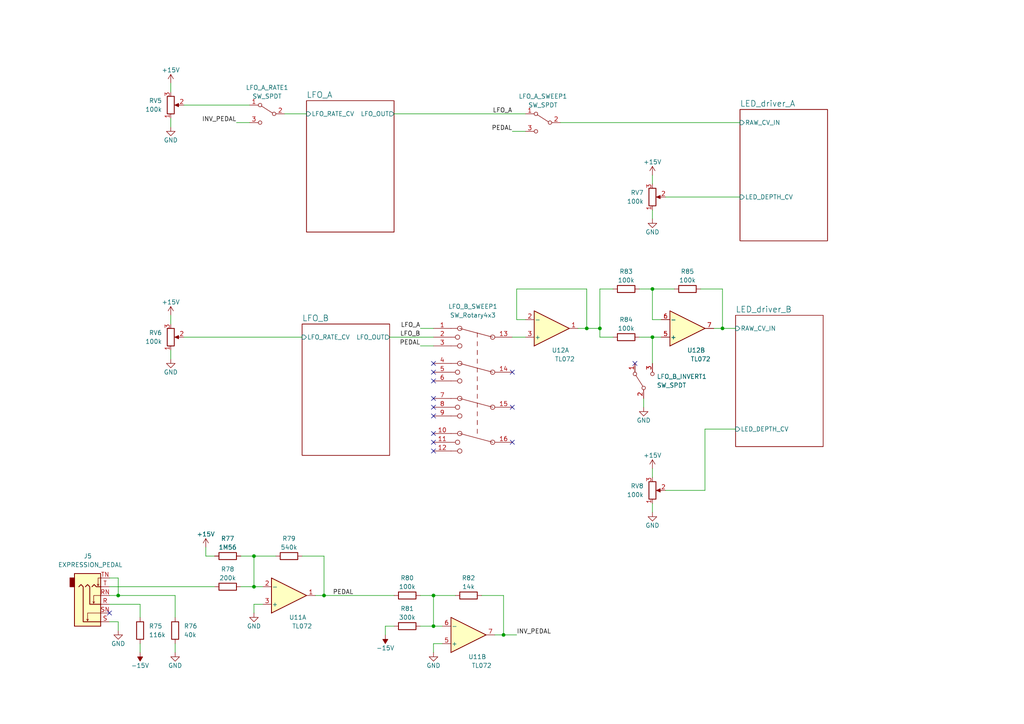
<source format=kicad_sch>
(kicad_sch (version 20211123) (generator eeschema)
  (paper "A4")
  (title_block (title "Mu-Tron Bi-Phase near-clone") (date "2022-08-01") (rev "0") (comment 2 "creativecommons.org/licenses/by/4.0/") (comment 3 "License: CC by 4.0") (comment 4 "Author: Jordan Aceto"))
  (lib_symbols
    (symbol "Amplifier_Operational:TL072" (pin_names (offset 0.127))
      (property "Reference" "U" (at 0 5.08 0))
      (property "Value" "TL072" (at 0 -5.08 0))
      (symbol "TL072_1_1"
        (polyline (pts (xy -5.08 5.08) (xy 5.08 0) (xy -5.08 -5.08) (xy -5.08 5.08)) (stroke (width 0.254)) (fill (type background)))
        (pin output line (at 7.62 0 180) (length 2.54) (name "~") (number "1"))
        (pin input line (at -7.62 -2.54 0) (length 2.54) (name "-") (number "2"))
        (pin input line (at -7.62 2.54 0) (length 2.54) (name "+") (number "3"))
      )
      (symbol "TL072_2_1"
        (polyline (pts (xy -5.08 5.08) (xy 5.08 0) (xy -5.08 -5.08) (xy -5.08 5.08)) (stroke (width 0.254)) (fill (type background)))
        (pin input line (at -7.62 2.54 0) (length 2.54) (name "+") (number "5"))
        (pin input line (at -7.62 -2.54 0) (length 2.54) (name "-") (number "6"))
        (pin output line (at 7.62 0 180) (length 2.54) (name "~") (number "7"))
      )
      (symbol "TL072_3_1"
        (pin power_in line (at -2.54 -7.62 90) (length 3.81) (name "V-") (number "4"))
        (pin power_in line (at -2.54 7.62 270) (length 3.81) (name "V+") (number "8"))
      )
    )
    (symbol "Connector:AudioJack3_Switch"
      (property "Reference" "J" (at 0 11.43 0))
      (property "Value" "AudioJack3_Switch" (at 0 8.89 0))
      (symbol "AudioJack3_Switch_0_1"
        (rectangle (start -5.08 -5.08) (end -6.35 -7.62) (stroke (width 0.254)) (fill (type outline)))
        (polyline (pts (xy -1.27 4.826) (xy -1.016 4.318)))
        (polyline (pts (xy 0.508 -0.254) (xy 0.762 -0.762)))
        (polyline (pts (xy 1.778 -5.334) (xy 2.032 -5.842)))
        (polyline (pts (xy 0 -5.08) (xy 0.635 -5.715) (xy 1.27 -5.08) (xy 2.54 -5.08)) (stroke (width 0.254)))
        (polyline (pts (xy 2.54 -7.62) (xy 1.778 -7.62) (xy 1.778 -5.334) (xy 1.524 -5.842)))
        (polyline (pts (xy 2.54 -2.54) (xy 0.508 -2.54) (xy 0.508 -0.254) (xy 0.254 -0.762)))
        (polyline (pts (xy 2.54 2.54) (xy -1.27 2.54) (xy -1.27 4.826) (xy -1.524 4.318)))
        (polyline (pts (xy -1.905 -5.08) (xy -1.27 -5.715) (xy -0.635 -5.08) (xy -0.635 0) (xy 2.54 0)) (stroke (width 0.254)))
        (polyline (pts (xy 2.54 5.08) (xy -2.54 5.08) (xy -2.54 -5.08) (xy -3.175 -5.715) (xy -3.81 -5.08)) (stroke (width 0.254)))
        (rectangle (start 2.54 6.35) (end -5.08 -8.89) (stroke (width 0.254)) (fill (type background)))
      )
      (symbol "AudioJack3_Switch_1_1"
        (pin passive line (at 5.08 0 180) (length 2.54) (name "~") (number "R"))
        (pin passive line (at 5.08 -2.54 180) (length 2.54) (name "~") (number "RN"))
        (pin passive line (at 5.08 5.08 180) (length 2.54) (name "~") (number "S"))
        (pin passive line (at 5.08 2.54 180) (length 2.54) (name "~") (number "SN"))
        (pin passive line (at 5.08 -5.08 180) (length 2.54) (name "~") (number "T"))
        (pin passive line (at 5.08 -7.62 180) (length 2.54) (name "~") (number "TN"))
      )
    )
    (symbol "Device:R" (pin_numbers hide) (pin_names (offset 0))
      (property "Reference" "R" (at 2.032 0 90))
      (property "Value" "R" (at 0 0 90))
      (symbol "R_0_1"
        (rectangle (start -1.016 -2.54) (end 1.016 2.54) (stroke (width 0.254)))
      )
      (symbol "R_1_1"
        (pin passive line (at 0 3.81 270) (length 1.27) (name "~") (number "1"))
        (pin passive line (at 0 -3.81 90) (length 1.27) (name "~") (number "2"))
      )
    )
    (symbol "Device:R_Potentiometer" (pin_names (offset 1.016) hide)
      (property "Reference" "RV" (at -4.445 0 90))
      (property "Value" "R_Potentiometer" (at -2.54 0 90))
      (symbol "R_Potentiometer_0_1"
        (polyline (pts (xy 2.54 0) (xy 1.524 0)))
        (polyline (pts (xy 1.143 0) (xy 2.286 0.508) (xy 2.286 -0.508) (xy 1.143 0)) (fill (type outline)))
        (rectangle (start 1.016 2.54) (end -1.016 -2.54) (stroke (width 0.254)))
      )
      (symbol "R_Potentiometer_1_1"
        (pin passive line (at 0 3.81 270) (length 1.27) (name "1") (number "1"))
        (pin passive line (at 3.81 0 180) (length 1.27) (name "2") (number "2"))
        (pin passive line (at 0 -3.81 90) (length 1.27) (name "3") (number "3"))
      )
    )
    (symbol "Switch:SW_Rotary4x3" (pin_names (offset 1.016) hide)
      (property "Reference" "SW" (at 0 20.32 0))
      (property "Value" "SW_Rotary4x3" (at 0 -20.32 0))
      (symbol "SW_Rotary4x3_0_0"
        (circle (center -4.445 -15.24) (radius 0.635))
        (circle (center -4.445 -5.08) (radius 0.635))
        (circle (center -4.445 5.08) (radius 0.635))
        (circle (center -4.445 15.24) (radius 0.635))
        (polyline (pts (xy -4.445 -15.24) (xy 5.08 -12.7)))
        (polyline (pts (xy -4.445 -5.08) (xy 5.08 -2.54)))
        (polyline (pts (xy -4.445 5.08) (xy 5.08 7.62)))
        (polyline (pts (xy -4.445 15.24) (xy 5.08 17.78)))
        (polyline (pts (xy 0 -12.7) (xy 0 -11.43)))
        (polyline (pts (xy 0 -10.16) (xy 0 -8.89)))
        (polyline (pts (xy 0 -10.16) (xy 0 -8.89)))
        (polyline (pts (xy 0 -7.62) (xy 0 -6.35)))
        (polyline (pts (xy 0 -5.08) (xy 0 -3.81)))
        (polyline (pts (xy 0 -2.54) (xy 0 -1.27)))
        (polyline (pts (xy 0 0) (xy 0 1.27)))
        (polyline (pts (xy 0 0) (xy 0 1.27)))
        (polyline (pts (xy 0 2.54) (xy 0 3.81)))
        (polyline (pts (xy 0 5.08) (xy 0 6.35)))
        (polyline (pts (xy 0 7.62) (xy 0 8.89)))
        (polyline (pts (xy 0 10.16) (xy 0 11.43)))
        (polyline (pts (xy 0 10.16) (xy 0 11.43)))
        (polyline (pts (xy 0 12.7) (xy 0 13.97)))
        (polyline (pts (xy 0 15.24) (xy 0 16.51)))
        (polyline (pts (xy 5.715 -17.78) (xy 7.62 -17.78)))
        (polyline (pts (xy 5.715 -12.7) (xy 7.62 -12.7)))
        (polyline (pts (xy 5.715 -7.62) (xy 7.62 -7.62)))
        (polyline (pts (xy 5.715 -2.54) (xy 7.62 -2.54)))
        (polyline (pts (xy 5.715 2.54) (xy 7.62 2.54)))
        (polyline (pts (xy 5.715 7.62) (xy 7.62 7.62)))
        (polyline (pts (xy 5.715 12.7) (xy 7.62 12.7)))
        (polyline (pts (xy 5.715 17.78) (xy 7.62 17.78)))
        (polyline (pts (xy 6.35 -15.24) (xy 7.62 -15.24)))
        (polyline (pts (xy 6.35 -5.08) (xy 7.62 -5.08)))
        (polyline (pts (xy 6.35 5.08) (xy 7.62 5.08)))
        (polyline (pts (xy 6.35 15.24) (xy 7.62 15.24)))
        (circle (center 5.08 -17.78) (radius 0.635))
        (circle (center 5.08 -12.7) (radius 0.635))
        (circle (center 5.08 -7.62) (radius 0.635))
        (circle (center 5.08 -2.54) (radius 0.635))
        (circle (center 5.08 2.54) (radius 0.635))
        (circle (center 5.08 7.62) (radius 0.635))
        (circle (center 5.08 12.7) (radius 0.635))
        (circle (center 5.08 17.78) (radius 0.635))
        (circle (center 5.715 -15.24) (radius 0.635))
        (circle (center 5.715 -5.08) (radius 0.635))
        (circle (center 5.715 5.08) (radius 0.635))
        (circle (center 5.715 15.24) (radius 0.635))
      )
      (symbol "SW_Rotary4x3_0_1"
        (pin passive line (at 12.7 17.78 180) (length 5.08) (name "1") (number "1"))
        (pin passive line (at 12.7 -12.7 180) (length 5.08) (name "10") (number "10"))
        (pin passive line (at 12.7 -15.24 180) (length 5.08) (name "11") (number "11"))
        (pin passive line (at 12.7 -17.78 180) (length 5.08) (name "12") (number "12"))
        (pin passive line (at -10.16 15.24 0) (length 5.08) (name "13") (number "13"))
        (pin passive line (at -10.16 5.08 0) (length 5.08) (name "14") (number "14"))
        (pin passive line (at -10.16 -5.08 0) (length 5.08) (name "15") (number "15"))
        (pin passive line (at -10.16 -15.24 0) (length 5.08) (name "16") (number "16"))
        (pin passive line (at 12.7 15.24 180) (length 5.08) (name "2") (number "2"))
        (pin passive line (at 12.7 12.7 180) (length 5.08) (name "3") (number "3"))
        (pin passive line (at 12.7 7.62 180) (length 5.08) (name "4") (number "4"))
        (pin passive line (at 12.7 5.08 180) (length 5.08) (name "5") (number "5"))
        (pin passive line (at 12.7 2.54 180) (length 5.08) (name "6") (number "6"))
        (pin passive line (at 12.7 -2.54 180) (length 5.08) (name "7") (number "7"))
        (pin passive line (at 12.7 -5.08 180) (length 5.08) (name "8") (number "8"))
        (pin passive line (at 12.7 -7.62 180) (length 5.08) (name "9") (number "9"))
      )
    )
    (symbol "Switch:SW_SPDT" (pin_names (offset 0) hide)
      (property "Reference" "SW" (at 0 4.318 0))
      (property "Value" "SW_SPDT" (at 0 -5.08 0))
      (symbol "SW_SPDT_0_0"
        (circle (center -2.032 0) (radius 0.508))
        (circle (center 2.032 -2.54) (radius 0.508))
      )
      (symbol "SW_SPDT_0_1"
        (polyline (pts (xy -1.524 0.254) (xy 1.651 2.286)))
        (circle (center 2.032 2.54) (radius 0.508))
      )
      (symbol "SW_SPDT_1_1"
        (pin passive line (at 5.08 2.54 180) (length 2.54) (name "A") (number "1"))
        (pin passive line (at -5.08 0 0) (length 2.54) (name "B") (number "2"))
        (pin passive line (at 5.08 -2.54 180) (length 2.54) (name "C") (number "3"))
      )
    )
    (symbol "power:+15V" (power) (pin_names (offset 0))
      (property "Value" "+15V" (at 0 3.556 0))
      (symbol "+15V_0_1"
        (polyline (pts (xy -0.762 1.27) (xy 0 2.54)))
        (polyline (pts (xy 0 0) (xy 0 2.54)))
        (polyline (pts (xy 0 2.54) (xy 0.762 1.27)))
      )
      (symbol "+15V_1_1"
        (pin power_in line (at 0 0 90) (length 0) hide (name "+15V") (number "1"))
      )
    )
    (symbol "power:-15V" (power) (pin_names (offset 0))
      (property "Value" "-15V" (at 0 3.81 0))
      (symbol "-15V_0_0"
        (pin power_in line (at 0 0 90) (length 0) hide (name "-15V") (number "1"))
      )
      (symbol "-15V_0_1"
        (polyline (pts (xy 0 0) (xy 0 1.27) (xy 0.762 1.27) (xy 0 2.54) (xy -0.762 1.27) (xy 0 1.27)) (fill (type outline)))
      )
    )
    (symbol "power:GND" (power) (pin_names (offset 0))
      (property "Value" "GND" (at 0 -3.81 0))
      (symbol "GND_0_1"
        (polyline (pts (xy 0 0) (xy 0 -1.27) (xy 1.27 -1.27) (xy 0 -2.54) (xy -1.27 -1.27) (xy 0 -1.27)))
      )
      (symbol "GND_1_1"
        (pin power_in line (at 0 0 270) (length 0) hide (name "GND") (number "1"))
      )
    )
  )
  (junction (at 93.98 172.72))
  (junction (at 170.18 95.25))
  (junction (at 34.29 172.72))
  (junction (at 173.99 95.25))
  (junction (at 73.66 161.29))
  (junction (at 189.23 97.79))
  (junction (at 209.55 95.25))
  (junction (at 125.73 181.61))
  (junction (at 125.73 172.72))
  (junction (at 146.05 184.15))
  (junction (at 189.23 83.82))
  (junction (at 73.66 170.18))
  (no_connect (at 148.59 128.27))
  (no_connect (at 184.15 105.41))
  (no_connect (at 125.73 118.11))
  (no_connect (at 125.73 105.41))
  (no_connect (at 125.73 130.81))
  (no_connect (at 148.59 118.11))
  (no_connect (at 148.59 107.95))
  (no_connect (at 125.73 128.27))
  (no_connect (at 125.73 110.49))
  (no_connect (at 125.73 115.57))
  (no_connect (at 125.73 120.65))
  (no_connect (at 125.73 107.95))
  (no_connect (at 125.73 125.73))
  (no_connect (at 31.75 177.8))
  (wire (pts (xy 125.73 172.72) (xy 132.08 172.72)))
  (wire (pts (xy 40.64 186.69) (xy 40.64 189.23)))
  (wire (pts (xy 121.92 95.25) (xy 125.73 95.25)))
  (wire (pts (xy 173.99 83.82) (xy 173.99 95.25)))
  (wire (pts (xy 114.3 33.02) (xy 152.4 33.02)))
  (wire (pts (xy 40.64 179.07) (xy 40.64 175.26)))
  (wire (pts (xy 149.86 184.15) (xy 146.05 184.15)))
  (wire (pts (xy 189.23 60.96) (xy 189.23 63.5)))
  (wire (pts (xy 125.73 186.69) (xy 125.73 189.23)))
  (wire (pts (xy 73.66 170.18) (xy 73.66 161.29)))
  (wire (pts (xy 128.27 181.61) (xy 125.73 181.61)))
  (wire (pts (xy 111.76 181.61) (xy 114.3 181.61)))
  (wire (pts (xy 49.53 91.44) (xy 49.53 93.98)))
  (wire (pts (xy 31.75 167.64) (xy 34.29 167.64)))
  (wire (pts (xy 34.29 180.34) (xy 31.75 180.34)))
  (wire (pts (xy 40.64 175.26) (xy 31.75 175.26)))
  (wire (pts (xy 170.18 95.25) (xy 170.18 83.82)))
  (wire (pts (xy 213.36 95.25) (xy 209.55 95.25)))
  (wire (pts (xy 68.58 35.56) (xy 72.39 35.56)))
  (wire (pts (xy 203.2 83.82) (xy 209.55 83.82)))
  (wire (pts (xy 87.63 161.29) (xy 93.98 161.29)))
  (wire (pts (xy 170.18 95.25) (xy 173.99 95.25)))
  (wire (pts (xy 49.53 34.29) (xy 49.53 36.83)))
  (wire (pts (xy 91.44 172.72) (xy 93.98 172.72)))
  (wire (pts (xy 204.47 124.46) (xy 213.36 124.46)))
  (wire (pts (xy 146.05 184.15) (xy 146.05 172.72)))
  (wire (pts (xy 149.86 92.71) (xy 152.4 92.71)))
  (wire (pts (xy 149.86 83.82) (xy 149.86 92.71)))
  (wire (pts (xy 73.66 175.26) (xy 76.2 175.26)))
  (wire (pts (xy 76.2 170.18) (xy 73.66 170.18)))
  (wire (pts (xy 189.23 92.71) (xy 189.23 83.82)))
  (wire (pts (xy 34.29 182.88) (xy 34.29 180.34)))
  (wire (pts (xy 185.42 97.79) (xy 189.23 97.79)))
  (wire (pts (xy 177.8 83.82) (xy 173.99 83.82)))
  (wire (pts (xy 204.47 142.24) (xy 204.47 124.46)))
  (wire (pts (xy 69.85 161.29) (xy 73.66 161.29)))
  (wire (pts (xy 189.23 146.05) (xy 189.23 148.59)))
  (wire (pts (xy 49.53 24.13) (xy 49.53 26.67)))
  (wire (pts (xy 93.98 161.29) (xy 93.98 172.72)))
  (wire (pts (xy 167.64 95.25) (xy 170.18 95.25)))
  (wire (pts (xy 193.04 142.24) (xy 204.47 142.24)))
  (wire (pts (xy 189.23 135.89) (xy 189.23 138.43)))
  (wire (pts (xy 111.76 184.15) (xy 111.76 181.61)))
  (wire (pts (xy 148.59 97.79) (xy 152.4 97.79)))
  (wire (pts (xy 189.23 50.8) (xy 189.23 53.34)))
  (wire (pts (xy 191.77 92.71) (xy 189.23 92.71)))
  (wire (pts (xy 73.66 161.29) (xy 80.01 161.29)))
  (wire (pts (xy 193.04 57.15) (xy 214.63 57.15)))
  (wire (pts (xy 31.75 170.18) (xy 62.23 170.18)))
  (wire (pts (xy 69.85 170.18) (xy 73.66 170.18)))
  (wire (pts (xy 209.55 95.25) (xy 209.55 83.82)))
  (wire (pts (xy 173.99 95.25) (xy 173.99 97.79)))
  (wire (pts (xy 53.34 30.48) (xy 72.39 30.48)))
  (wire (pts (xy 59.69 158.75) (xy 59.69 161.29)))
  (wire (pts (xy 189.23 97.79) (xy 191.77 97.79)))
  (wire (pts (xy 49.53 101.6) (xy 49.53 104.14)))
  (wire (pts (xy 125.73 181.61) (xy 125.73 172.72)))
  (wire (pts (xy 139.7 172.72) (xy 146.05 172.72)))
  (wire (pts (xy 186.69 118.11) (xy 186.69 115.57)))
  (wire (pts (xy 31.75 172.72) (xy 34.29 172.72)))
  (wire (pts (xy 170.18 83.82) (xy 149.86 83.82)))
  (wire (pts (xy 189.23 83.82) (xy 195.58 83.82)))
  (wire (pts (xy 173.99 97.79) (xy 177.8 97.79)))
  (wire (pts (xy 189.23 97.79) (xy 189.23 105.41)))
  (wire (pts (xy 50.8 179.07) (xy 50.8 172.72)))
  (wire (pts (xy 121.92 100.33) (xy 125.73 100.33)))
  (wire (pts (xy 207.01 95.25) (xy 209.55 95.25)))
  (wire (pts (xy 148.59 38.1) (xy 152.4 38.1)))
  (wire (pts (xy 121.92 172.72) (xy 125.73 172.72)))
  (wire (pts (xy 34.29 172.72) (xy 34.29 167.64)))
  (wire (pts (xy 93.98 172.72) (xy 114.3 172.72)))
  (wire (pts (xy 185.42 83.82) (xy 189.23 83.82)))
  (wire (pts (xy 125.73 186.69) (xy 128.27 186.69)))
  (wire (pts (xy 162.56 35.56) (xy 214.63 35.56)))
  (wire (pts (xy 50.8 172.72) (xy 34.29 172.72)))
  (wire (pts (xy 59.69 161.29) (xy 62.23 161.29)))
  (wire (pts (xy 143.51 184.15) (xy 146.05 184.15)))
  (wire (pts (xy 50.8 189.23) (xy 50.8 186.69)))
  (wire (pts (xy 113.03 97.79) (xy 125.73 97.79)))
  (wire (pts (xy 82.55 33.02) (xy 88.9 33.02)))
  (wire (pts (xy 73.66 175.26) (xy 73.66 177.8)))
  (wire (pts (xy 53.34 97.79) (xy 87.63 97.79)))
  (wire (pts (xy 121.92 181.61) (xy 125.73 181.61)))
  (label "INV_PEDAL" (at 68.58 35.56 180))
  (label "LFO_A" (at 148.59 33.02 180))
  (label "LFO_A" (at 121.92 95.25 180))
  (label "LFO_B" (at 121.92 97.79 180))
  (label "PEDAL" (at 121.92 100.33 180))
  (label "PEDAL" (at 96.52 172.72 0))
  (label "PEDAL" (at 148.59 38.1 180))
  (label "INV_PEDAL" (at 149.86 184.15 0))
  (symbol (lib_id "Switch:SW_Rotary4x3") (at 138.43 113.03 0) (mirror y) (unit 1)
    (property "Reference" "LFO_B_SWEEP1" (at 137.16 88.9 0))
    (property "Value" "SW_Rotary4x3" (at 137.16 91.44 0))
    (property "Datasheet" "http://cdn-reichelt.de/documents/datenblatt/C200/DS-Serie%23LOR.pdf" (effects hide))
  )
  (symbol (lib_id "power:GND") (at 49.53 104.14 0) (unit 1)
    (property "Reference" "#PWR048" (effects hide))
    (property "Value" "GND" (at 49.53 107.95 0))
  )
  (symbol (lib_id "Device:R") (at 66.04 161.29 90) (unit 1)
    (property "Reference" "R77" (at 66.04 156.21 90))
    (property "Value" "1M56" (at 66.04 158.75 90))
  )
  (symbol (lib_id "power:GND") (at 73.66 177.8 0) (unit 1)
    (property "Reference" "#PWR051" (effects hide))
    (property "Value" "GND" (at 73.66 181.61 0))
  )
  (symbol (lib_id "Amplifier_Operational:TL072") (at 135.89 184.15 0) (mirror x) (unit 2)
    (property "Reference" "U11" (at 138.43 190.5 0))
    (property "Value" "TL072" (at 139.7 193.04 0))
    (property "Datasheet" "http://www.ti.com/lit/ds/symlink/tl071.pdf" (effects hide))
  )
  (symbol (lib_id "power:+15V") (at 49.53 91.44 0) (unit 1)
    (property "Reference" "#PWR047" (effects hide))
    (property "Value" "+15V" (at 49.53 87.63 0))
  )
  (symbol (lib_id "Device:R") (at 181.61 83.82 90) (unit 1)
    (property "Reference" "R83" (at 181.61 78.74 90))
    (property "Value" "100k" (at 181.61 81.28 90))
  )
  (symbol (lib_id "Device:R") (at 118.11 181.61 90) (unit 1)
    (property "Reference" "R81" (at 118.11 176.53 90))
    (property "Value" "300k" (at 118.11 179.07 90))
  )
  (symbol (lib_id "Device:R") (at 50.8 182.88 0) (unit 1)
    (property "Reference" "R76" (at 53.34 181.6099 0) (effects (justify left)))
    (property "Value" "40k" (at 53.34 184.1499 0) (effects (justify left)))
  )
  (symbol (lib_id "power:GND") (at 34.29 182.88 0) (unit 1)
    (property "Reference" "#PWR043" (effects hide))
    (property "Value" "GND" (at 34.29 186.69 0))
  )
  (symbol (lib_id "power:+15V") (at 49.53 24.13 0) (unit 1)
    (property "Reference" "#PWR045" (effects hide))
    (property "Value" "+15V" (at 49.53 20.32 0))
  )
  (symbol (lib_id "Device:R") (at 135.89 172.72 90) (unit 1)
    (property "Reference" "R82" (at 135.89 167.64 90))
    (property "Value" "14k" (at 135.89 170.18 90))
  )
  (symbol (lib_id "Amplifier_Operational:TL072") (at 83.82 172.72 0) (mirror x) (unit 1)
    (property "Reference" "U11" (at 86.36 179.07 0))
    (property "Value" "TL072" (at 87.63 181.61 0))
    (property "Datasheet" "http://www.ti.com/lit/ds/symlink/tl071.pdf" (effects hide))
  )
  (symbol (lib_id "Switch:SW_SPDT") (at 77.47 33.02 0) (mirror y) (unit 1)
    (property "Reference" "LFO_A_RATE1" (at 77.47 25.4 0))
    (property "Value" "SW_SPDT" (at 77.47 27.94 0))
  )
  (symbol (lib_id "power:GND") (at 49.53 36.83 0) (unit 1)
    (property "Reference" "#PWR046" (effects hide))
    (property "Value" "GND" (at 49.53 40.64 0))
  )
  (symbol (lib_id "Switch:SW_SPDT") (at 186.69 110.49 90) (unit 1)
    (property "Reference" "LFO_B_INVERT1" (at 190.5 109.2199 90) (effects (justify right)))
    (property "Value" "SW_SPDT" (at 190.5 111.7599 90) (effects (justify right)))
  )
  (symbol (lib_id "Device:R") (at 199.39 83.82 90) (unit 1)
    (property "Reference" "R85" (at 199.39 78.74 90))
    (property "Value" "100k" (at 199.39 81.28 90))
  )
  (symbol (lib_id "power:GND") (at 186.69 118.11 0) (unit 1)
    (property "Reference" "#PWR054" (effects hide))
    (property "Value" "GND" (at 186.69 121.92 0))
  )
  (symbol (lib_id "power:+15V") (at 189.23 135.89 0) (unit 1)
    (property "Reference" "#PWR057" (effects hide))
    (property "Value" "+15V" (at 189.23 132.08 0))
  )
  (symbol (lib_id "power:GND") (at 189.23 63.5 0) (unit 1)
    (property "Reference" "#PWR056" (effects hide))
    (property "Value" "GND" (at 189.23 67.31 0))
  )
  (symbol (lib_id "power:+15V") (at 59.69 158.75 0) (unit 1)
    (property "Reference" "#PWR050" (effects hide))
    (property "Value" "+15V" (at 59.69 154.94 0))
  )
  (symbol (lib_id "Amplifier_Operational:TL072") (at 160.02 95.25 0) (mirror x) (unit 1)
    (property "Reference" "U12" (at 162.56 101.6 0))
    (property "Value" "TL072" (at 163.83 104.14 0))
    (property "Datasheet" "http://www.ti.com/lit/ds/symlink/tl071.pdf" (effects hide))
  )
  (symbol (lib_id "Device:R_Potentiometer") (at 49.53 30.48 0) (mirror x) (unit 1)
    (property "Reference" "RV5" (at 46.99 29.2099 0) (effects (justify right)))
    (property "Value" "100k" (at 46.99 31.7499 0) (effects (justify right)))
  )
  (symbol (lib_id "Device:R_Potentiometer") (at 49.53 97.79 0) (mirror x) (unit 1)
    (property "Reference" "RV6" (at 46.99 96.5199 0) (effects (justify right)))
    (property "Value" "100k" (at 46.99 99.0599 0) (effects (justify right)))
  )
  (symbol (lib_id "power:-15V") (at 40.64 189.23 180) (unit 1)
    (property "Reference" "#PWR044" (effects hide))
    (property "Value" "-15V" (at 40.64 193.04 0))
  )
  (symbol (lib_id "Device:R") (at 118.11 172.72 90) (unit 1)
    (property "Reference" "R80" (at 118.11 167.64 90))
    (property "Value" "100k" (at 118.11 170.18 90))
  )
  (symbol (lib_id "power:GND") (at 189.23 148.59 0) (unit 1)
    (property "Reference" "#PWR058" (effects hide))
    (property "Value" "GND" (at 189.23 152.4 0))
  )
  (symbol (lib_id "power:GND") (at 125.73 189.23 0) (unit 1)
    (property "Reference" "#PWR053" (effects hide))
    (property "Value" "GND" (at 125.73 193.04 0))
  )
  (symbol (lib_id "power:+15V") (at 189.23 50.8 0) (unit 1)
    (property "Reference" "#PWR055" (effects hide))
    (property "Value" "+15V" (at 189.23 46.99 0))
  )
  (symbol (lib_id "power:GND") (at 50.8 189.23 0) (unit 1)
    (property "Reference" "#PWR049" (effects hide))
    (property "Value" "GND" (at 50.8 193.04 0))
  )
  (symbol (lib_id "Device:R_Potentiometer") (at 189.23 57.15 0) (mirror x) (unit 1)
    (property "Reference" "RV7" (at 186.69 55.8799 0) (effects (justify right)))
    (property "Value" "100k" (at 186.69 58.4199 0) (effects (justify right)))
  )
  (symbol (lib_id "power:-15V") (at 111.76 184.15 180) (unit 1)
    (property "Reference" "#PWR052" (effects hide))
    (property "Value" "-15V" (at 111.76 187.96 0))
  )
  (symbol (lib_id "Connector:AudioJack3_Switch") (at 26.67 175.26 0) (mirror x) (unit 1)
    (property "Reference" "J5" (at 26.67 161.29 0) (effects (justify right)))
    (property "Value" "EXPRESSION_PEDAL" (at 35.56 163.83 0) (effects (justify right)))
  )
  (symbol (lib_id "Device:R") (at 83.82 161.29 90) (unit 1)
    (property "Reference" "R79" (at 83.82 156.21 90))
    (property "Value" "540k" (at 83.82 158.75 90))
  )
  (symbol (lib_id "Device:R") (at 181.61 97.79 90) (unit 1)
    (property "Reference" "R84" (at 181.61 92.71 90))
    (property "Value" "100k" (at 181.61 95.25 90))
  )
  (symbol (lib_id "Device:R") (at 66.04 170.18 90) (unit 1)
    (property "Reference" "R78" (at 66.04 165.1 90))
    (property "Value" "200k" (at 66.04 167.64 90))
  )
  (symbol (lib_id "Device:R") (at 40.64 182.88 0) (unit 1)
    (property "Reference" "R75" (at 43.18 181.6099 0) (effects (justify left)))
    (property "Value" "116k" (at 43.18 184.1499 0) (effects (justify left)))
  )
  (symbol (lib_id "Device:R_Potentiometer") (at 189.23 142.24 0) (mirror x) (unit 1)
    (property "Reference" "RV8" (at 186.69 140.9699 0) (effects (justify right)))
    (property "Value" "100k" (at 186.69 143.5099 0) (effects (justify right)))
  )
  (symbol (lib_id "Amplifier_Operational:TL072") (at 199.39 95.25 0) (mirror x) (unit 2)
    (property "Reference" "U12" (at 201.93 101.6 0))
    (property "Value" "TL072" (at 203.2 104.14 0))
    (property "Datasheet" "http://www.ti.com/lit/ds/symlink/tl071.pdf" (effects hide))
  )
  (symbol (lib_id "Switch:SW_SPDT") (at 157.48 35.56 0) (mirror y) (unit 1)
    (property "Reference" "LFO_A_SWEEP1" (at 157.48 27.94 0))
    (property "Value" "SW_SPDT" (at 157.48 30.48 0))
  )
  (sheet (at 213.36 91.44) (size 25.4 38.1) (stroke (width 0.1524))
    (property "Sheet name" "LED_driver_B" (at 213.36 90.7284 0) (effects (font (size 1.7 1.7)) (justify left bottom)))
    (property "Sheet file" "LED_driver.kicad_sch" (effects hide))
    (pin "RAW_CV_IN" input (at 213.36 95.25 180))
    (pin "LED_DEPTH_CV" input (at 213.36 124.46 180))
  )
  (sheet (at 214.63 31.75) (size 25.4 38.1) (stroke (width 0.1524))
    (property "Sheet name" "LED_driver_A" (at 214.63 31.0384 0) (effects (font (size 1.7 1.7)) (justify left bottom)))
    (property "Sheet file" "LED_driver.kicad_sch" (effects hide))
    (pin "RAW_CV_IN" input (at 214.63 35.56 180))
    (pin "LED_DEPTH_CV" input (at 214.63 57.15 180))
  )
  (sheet (at 87.63 93.98) (size 25.4 38.1) (stroke (width 0.1524))
    (property "Sheet name" "LFO_B" (at 87.63 93.2684 0) (effects (font (size 1.7 1.7)) (justify left bottom)))
    (property "Sheet file" "LFO.kicad_sch" (effects hide))
    (pin "LFO_OUT" output (at 113.03 97.79 0))
    (pin "LFO_RATE_CV" input (at 87.63 97.79 180))
  )
  (sheet (at 88.9 29.21) (size 25.4 38.1) (stroke (width 0.1524))
    (property "Sheet name" "LFO_A" (at 88.9 28.4984 0) (effects (font (size 1.7 1.7)) (justify left bottom)))
    (property "Sheet file" "LFO.kicad_sch" (effects hide))
    (pin "LFO_OUT" output (at 114.3 33.02 0))
    (pin "LFO_RATE_CV" input (at 88.9 33.02 180))
  )
)
</source>
